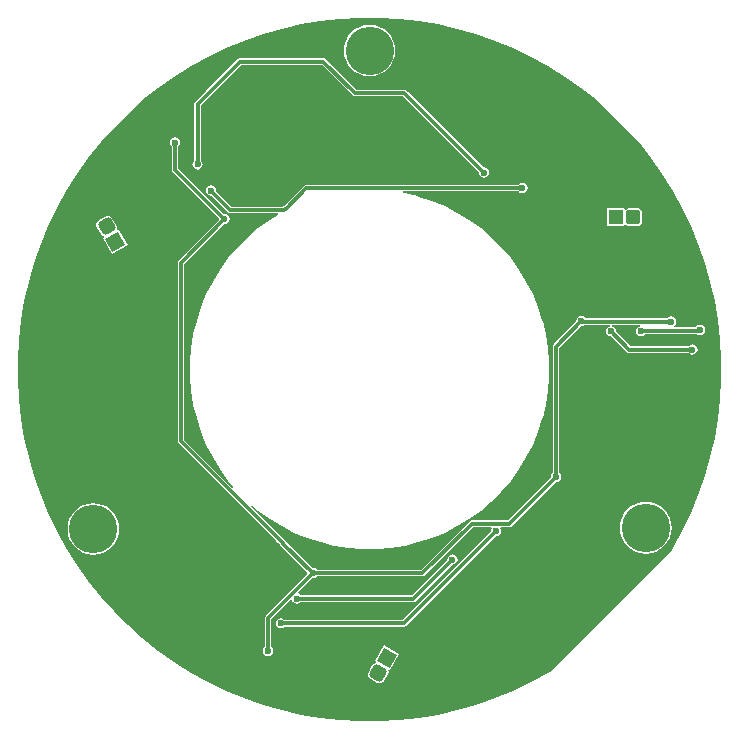
<source format=gbl>
G04*
G04 #@! TF.GenerationSoftware,Altium Limited,Altium Designer,22.4.2 (48)*
G04*
G04 Layer_Physical_Order=2*
G04 Layer_Color=16711680*
%FSLAX25Y25*%
%MOIN*%
G70*
G04*
G04 #@! TF.SameCoordinates,33176103-96A9-485D-B847-577AE089F5E8*
G04*
G04*
G04 #@! TF.FilePolarity,Positive*
G04*
G01*
G75*
%ADD11C,0.01181*%
%ADD46C,0.02362*%
G04:AMPARAMS|DCode=48|XSize=49.21mil|YSize=49.21mil|CornerRadius=12.3mil|HoleSize=0mil|Usage=FLASHONLY|Rotation=240.000|XOffset=0mil|YOffset=0mil|HoleType=Round|Shape=RoundedRectangle|*
%AMROUNDEDRECTD48*
21,1,0.04921,0.02461,0,0,240.0*
21,1,0.02461,0.04921,0,0,240.0*
1,1,0.02461,-0.01681,-0.00450*
1,1,0.02461,-0.00450,0.01681*
1,1,0.02461,0.01681,0.00450*
1,1,0.02461,0.00450,-0.01681*
%
%ADD48ROUNDEDRECTD48*%
%ADD49P,0.06960X4X285.0*%
G04:AMPARAMS|DCode=50|XSize=49.21mil|YSize=49.21mil|CornerRadius=12.3mil|HoleSize=0mil|Usage=FLASHONLY|Rotation=120.000|XOffset=0mil|YOffset=0mil|HoleType=Round|Shape=RoundedRectangle|*
%AMROUNDEDRECTD50*
21,1,0.04921,0.02461,0,0,120.0*
21,1,0.02461,0.04921,0,0,120.0*
1,1,0.02461,0.00450,0.01681*
1,1,0.02461,0.01681,-0.00450*
1,1,0.02461,-0.00450,-0.01681*
1,1,0.02461,-0.01681,0.00450*
%
%ADD50ROUNDEDRECTD50*%
%ADD51P,0.06960X4X165.0*%
%ADD52R,0.04921X0.04921*%
G04:AMPARAMS|DCode=53|XSize=49.21mil|YSize=49.21mil|CornerRadius=12.3mil|HoleSize=0mil|Usage=FLASHONLY|Rotation=0.000|XOffset=0mil|YOffset=0mil|HoleType=Round|Shape=RoundedRectangle|*
%AMROUNDEDRECTD53*
21,1,0.04921,0.02461,0,0,0.0*
21,1,0.02461,0.04921,0,0,0.0*
1,1,0.02461,0.01230,-0.01230*
1,1,0.02461,-0.01230,-0.01230*
1,1,0.02461,-0.01230,0.01230*
1,1,0.02461,0.01230,0.01230*
%
%ADD53ROUNDEDRECTD53*%
%ADD54C,0.16142*%
G36*
X206714Y313789D02*
X213255Y313052D01*
X219745Y311949D01*
X226163Y310484D01*
X232488Y308662D01*
X238701Y306488D01*
X244783Y303969D01*
X250713Y301113D01*
X256475Y297929D01*
X262049Y294426D01*
X267417Y290617D01*
X272564Y286513D01*
X277472Y282127D01*
X282127Y277472D01*
X286513Y272564D01*
X290617Y267417D01*
X294426Y262049D01*
X297929Y256475D01*
X301113Y250713D01*
X303969Y244783D01*
X306488Y238701D01*
X308662Y232488D01*
X310484Y226163D01*
X311949Y219745D01*
X313052Y213255D01*
X313789Y206714D01*
X314158Y200142D01*
Y196850D01*
Y193559D01*
X313789Y186987D01*
X313052Y180446D01*
X311949Y173956D01*
X310484Y167538D01*
X308662Y161213D01*
X306488Y154999D01*
X303969Y148918D01*
X301113Y142987D01*
X297929Y137226D01*
X297655Y136790D01*
X256911Y96046D01*
X256475Y95772D01*
X250713Y92588D01*
X244783Y89732D01*
X238701Y87213D01*
X232488Y85039D01*
X226163Y83217D01*
X219745Y81752D01*
X213255Y80649D01*
X206714Y79912D01*
X200142Y79543D01*
X193559D01*
X186987Y79912D01*
X180446Y80649D01*
X173956Y81752D01*
X167538Y83217D01*
X161213Y85039D01*
X154999Y87213D01*
X148918Y89732D01*
X142987Y92588D01*
X137226Y95772D01*
X131652Y99274D01*
X126284Y103084D01*
X121137Y107188D01*
X116229Y111574D01*
X111574Y116229D01*
X107188Y121137D01*
X103084Y126284D01*
X99274Y131652D01*
X95772Y137226D01*
X92588Y142987D01*
X89732Y148918D01*
X87213Y154999D01*
X85039Y161213D01*
X83217Y167538D01*
X81752Y173956D01*
X80649Y180446D01*
X79912Y186987D01*
X79543Y193559D01*
Y196850D01*
Y200142D01*
X79912Y206714D01*
X80649Y213255D01*
X81752Y219745D01*
X83217Y226163D01*
X85039Y232488D01*
X87213Y238701D01*
X89732Y244783D01*
X92588Y250713D01*
X95772Y256475D01*
X99274Y262049D01*
X103084Y267417D01*
X107188Y272564D01*
X111574Y277472D01*
X116229Y282127D01*
X121137Y286513D01*
X126284Y290617D01*
X131652Y294426D01*
X137226Y297929D01*
X142987Y301113D01*
X148918Y303969D01*
X154999Y306488D01*
X161213Y308662D01*
X167538Y310484D01*
X173956Y311949D01*
X180446Y313052D01*
X186987Y313789D01*
X193559Y314158D01*
X200142D01*
X206714Y313789D01*
D02*
G37*
%LPC*%
G36*
X196850Y311762D02*
X195170Y311596D01*
X193555Y311106D01*
X192066Y310311D01*
X190761Y309239D01*
X189690Y307934D01*
X188894Y306445D01*
X188403Y304830D01*
X188238Y303150D01*
X188403Y301469D01*
X188894Y299854D01*
X189690Y298365D01*
X190761Y297060D01*
X192066Y295989D01*
X193555Y295193D01*
X195170Y294703D01*
X196850Y294537D01*
X198531Y294703D01*
X200146Y295193D01*
X201635Y295989D01*
X202940Y297060D01*
X204011Y298365D01*
X204807Y299854D01*
X205297Y301469D01*
X205463Y303150D01*
X205297Y304830D01*
X204807Y306445D01*
X204011Y307934D01*
X202940Y309239D01*
X201635Y310311D01*
X200146Y311106D01*
X198531Y311596D01*
X196850Y311762D01*
D02*
G37*
G36*
X181500Y300612D02*
X181500Y300612D01*
X153656D01*
X153231Y300527D01*
X152870Y300286D01*
X152870Y300286D01*
X144781Y292197D01*
X144781Y292197D01*
X144781Y292197D01*
X142419Y289835D01*
X142419Y289835D01*
X138726Y286142D01*
X138485Y285781D01*
X138400Y285356D01*
X138400Y285356D01*
Y266458D01*
X138300Y266391D01*
X137928Y265835D01*
X137798Y265179D01*
X137928Y264523D01*
X138300Y263967D01*
X138856Y263595D01*
X139512Y263465D01*
X140168Y263595D01*
X140724Y263967D01*
X141096Y264523D01*
X141226Y265179D01*
X141096Y265835D01*
X140724Y266391D01*
X140624Y266458D01*
Y284895D01*
X143991Y288263D01*
X143991Y288263D01*
X146353Y290625D01*
X146353Y290625D01*
X154117Y298388D01*
X181039D01*
X191214Y288214D01*
X191214Y288214D01*
X191575Y287973D01*
X192000Y287888D01*
X208039D01*
X233310Y262618D01*
X233286Y262500D01*
X233416Y261844D01*
X233788Y261288D01*
X234344Y260916D01*
X235000Y260786D01*
X235656Y260916D01*
X236212Y261288D01*
X236584Y261844D01*
X236714Y262500D01*
X236584Y263156D01*
X236212Y263712D01*
X235656Y264084D01*
X235000Y264214D01*
X234882Y264191D01*
X209286Y289786D01*
X208926Y290027D01*
X208500Y290112D01*
X208500Y290112D01*
X192461D01*
X182286Y300286D01*
X181925Y300527D01*
X181500Y300612D01*
D02*
G37*
G36*
X132000Y274214D02*
X131344Y274084D01*
X130788Y273712D01*
X130416Y273156D01*
X130286Y272500D01*
X130416Y271844D01*
X130788Y271288D01*
X130888Y271221D01*
Y263500D01*
X130888Y263500D01*
X130973Y263074D01*
X131214Y262714D01*
X146623Y247305D01*
Y246695D01*
X133214Y233286D01*
X132973Y232926D01*
X132888Y232500D01*
X132888Y232500D01*
Y201105D01*
Y173000D01*
X132888Y173000D01*
X132973Y172574D01*
X133214Y172214D01*
X166029Y139399D01*
X166029Y139399D01*
X166087Y139360D01*
X167340Y138107D01*
X167379Y138049D01*
X176123Y129305D01*
Y128695D01*
X162214Y114786D01*
X161973Y114426D01*
X161888Y114000D01*
X161888Y114000D01*
Y104279D01*
X161788Y104212D01*
X161416Y103656D01*
X161286Y103000D01*
X161416Y102344D01*
X161788Y101788D01*
X162344Y101416D01*
X163000Y101286D01*
X163656Y101416D01*
X164212Y101788D01*
X164584Y102344D01*
X164714Y103000D01*
X164584Y103656D01*
X164212Y104212D01*
X164112Y104279D01*
Y113539D01*
X170619Y120047D01*
X171098Y119902D01*
X171113Y119828D01*
X171484Y119272D01*
X172040Y118900D01*
X172696Y118770D01*
X173352Y118900D01*
X173908Y119272D01*
X173975Y119372D01*
X211484D01*
X211484Y119372D01*
X211909Y119456D01*
X212270Y119697D01*
X224382Y131809D01*
X224500Y131786D01*
X225156Y131916D01*
X225712Y132288D01*
X226084Y132844D01*
X226214Y133500D01*
X226084Y134156D01*
X225712Y134712D01*
X225156Y135084D01*
X224500Y135214D01*
X223844Y135084D01*
X223288Y134712D01*
X222916Y134156D01*
X222786Y133500D01*
X222810Y133382D01*
X211023Y121596D01*
X173975D01*
X173908Y121696D01*
X173352Y122067D01*
X173278Y122082D01*
X173133Y122561D01*
X177882Y127309D01*
X178000Y127286D01*
X178656Y127416D01*
X179212Y127788D01*
X179279Y127888D01*
X214500D01*
X214500Y127888D01*
X214926Y127973D01*
X215286Y128214D01*
X231461Y144388D01*
X237304D01*
X237572Y143888D01*
X237416Y143656D01*
X237286Y143000D01*
X237310Y142882D01*
X207794Y113366D01*
X168544D01*
X168477Y113466D01*
X167921Y113838D01*
X167265Y113968D01*
X166610Y113838D01*
X166053Y113466D01*
X165682Y112910D01*
X165551Y112254D01*
X165682Y111599D01*
X166053Y111042D01*
X166610Y110671D01*
X167265Y110540D01*
X167921Y110671D01*
X168477Y111042D01*
X168544Y111143D01*
X208254D01*
X208254Y111143D01*
X208680Y111227D01*
X209041Y111468D01*
X238882Y141309D01*
X239000Y141286D01*
X239656Y141416D01*
X240212Y141788D01*
X240584Y142344D01*
X240714Y143000D01*
X240584Y143656D01*
X240428Y143888D01*
X240696Y144388D01*
X243500D01*
X243500Y144388D01*
X243925Y144473D01*
X244286Y144714D01*
X258882Y159309D01*
X259000Y159286D01*
X259656Y159416D01*
X260212Y159788D01*
X260584Y160344D01*
X260714Y161000D01*
X260584Y161656D01*
X260212Y162212D01*
X260112Y162279D01*
Y204039D01*
X267382Y211310D01*
X267500Y211286D01*
X268156Y211416D01*
X268604Y211716D01*
X276940D01*
X276990Y211216D01*
X276672Y211153D01*
X276116Y210781D01*
X275744Y210225D01*
X275614Y209569D01*
X275744Y208913D01*
X276116Y208357D01*
X276672Y207985D01*
X277328Y207855D01*
X277446Y207878D01*
X282610Y202714D01*
X282971Y202473D01*
X283397Y202388D01*
X303221D01*
X303288Y202288D01*
X303844Y201916D01*
X304500Y201786D01*
X305156Y201916D01*
X305712Y202288D01*
X306084Y202844D01*
X306214Y203500D01*
X306084Y204156D01*
X305712Y204712D01*
X305156Y205084D01*
X304500Y205214D01*
X303844Y205084D01*
X303288Y204712D01*
X303221Y204612D01*
X283857D01*
X279018Y209451D01*
X279042Y209569D01*
X278911Y210225D01*
X278540Y210781D01*
X277983Y211153D01*
X277666Y211216D01*
X277715Y211716D01*
X286940D01*
X286989Y211216D01*
X286672Y211153D01*
X286116Y210781D01*
X285744Y210225D01*
X285614Y209569D01*
X285744Y208913D01*
X286116Y208357D01*
X286672Y207985D01*
X287328Y207855D01*
X287983Y207985D01*
X288540Y208357D01*
X288751Y208672D01*
X305961D01*
X306344Y208416D01*
X307000Y208286D01*
X307656Y208416D01*
X308212Y208788D01*
X308584Y209344D01*
X308714Y210000D01*
X308584Y210656D01*
X308212Y211212D01*
X307656Y211584D01*
X307000Y211714D01*
X306344Y211584D01*
X305788Y211212D01*
X305577Y210896D01*
X298363D01*
X298212Y211396D01*
X298540Y211616D01*
X298911Y212172D01*
X299042Y212828D01*
X298911Y213484D01*
X298540Y214040D01*
X297984Y214411D01*
X297328Y214542D01*
X296672Y214411D01*
X296116Y214040D01*
X296049Y213939D01*
X268894D01*
X268712Y214212D01*
X268156Y214584D01*
X267500Y214714D01*
X266844Y214584D01*
X266288Y214212D01*
X265916Y213656D01*
X265786Y213000D01*
X265809Y212882D01*
X258214Y205286D01*
X257973Y204925D01*
X257888Y204500D01*
X257888Y204500D01*
Y162279D01*
X257788Y162212D01*
X257416Y161656D01*
X257286Y161000D01*
X257310Y160882D01*
X243039Y146612D01*
X231000D01*
X230574Y146527D01*
X230214Y146286D01*
X230214Y146286D01*
X214039Y130112D01*
X179279D01*
X179212Y130212D01*
X178656Y130584D01*
X178000Y130714D01*
X177882Y130691D01*
X168990Y139582D01*
X168951Y139641D01*
X168951Y139641D01*
X167621Y140971D01*
X167562Y141010D01*
X157429Y151143D01*
X157769Y151511D01*
X159740Y149827D01*
X159768Y149811D01*
X159790Y149788D01*
X163544Y147061D01*
X163573Y147047D01*
X163596Y147025D01*
X167553Y144601D01*
X167583Y144590D01*
X167608Y144570D01*
X171743Y142463D01*
X171774Y142455D01*
X171800Y142437D01*
X176087Y140661D01*
X176119Y140655D01*
X176147Y140639D01*
X180560Y139205D01*
X180592Y139201D01*
X180621Y139188D01*
X185133Y138105D01*
X185165Y138103D01*
X185195Y138092D01*
X189778Y137366D01*
X189810Y137368D01*
X189841Y137359D01*
X194467Y136995D01*
X194499Y136999D01*
X194530Y136992D01*
X196850D01*
X199171Y136992D01*
X199202Y136999D01*
X199234Y136995D01*
X203860Y137359D01*
X203891Y137368D01*
X203923Y137366D01*
X208506Y138092D01*
X208536Y138103D01*
X208568Y138105D01*
X213080Y139188D01*
X213109Y139201D01*
X213141Y139205D01*
X217554Y140639D01*
X217582Y140655D01*
X217613Y140661D01*
X221901Y142437D01*
X221927Y142455D01*
X221958Y142463D01*
X226093Y144570D01*
X226118Y144590D01*
X226148Y144601D01*
X230104Y147025D01*
X230128Y147047D01*
X230157Y147061D01*
X233911Y149788D01*
X233933Y149811D01*
X233961Y149827D01*
X237489Y152841D01*
X237509Y152866D01*
X237536Y152884D01*
X240817Y156165D01*
X240835Y156192D01*
X240860Y156211D01*
X243874Y159740D01*
X243889Y159768D01*
X243913Y159790D01*
X246640Y163544D01*
X246654Y163573D01*
X246675Y163596D01*
X249100Y167553D01*
X249111Y167583D01*
X249131Y167608D01*
X251238Y171743D01*
X251246Y171774D01*
X251264Y171800D01*
X253040Y176087D01*
X253046Y176119D01*
X253062Y176147D01*
X254496Y180560D01*
X254499Y180592D01*
X254513Y180621D01*
X255596Y185133D01*
X255597Y185165D01*
X255608Y185195D01*
X256334Y189778D01*
X256333Y189810D01*
X256342Y189841D01*
X256706Y194467D01*
X256702Y194499D01*
X256708Y194530D01*
Y199171D01*
X256702Y199202D01*
X256706Y199234D01*
X256342Y203860D01*
X256333Y203891D01*
X256334Y203923D01*
X255608Y208506D01*
X255597Y208536D01*
X255596Y208568D01*
X254513Y213080D01*
X254499Y213109D01*
X254496Y213141D01*
X253062Y217554D01*
X253046Y217582D01*
X253040Y217613D01*
X251264Y221901D01*
X251246Y221927D01*
X251238Y221958D01*
X249131Y226093D01*
X249111Y226118D01*
X249100Y226148D01*
X246675Y230104D01*
X246654Y230128D01*
X246640Y230157D01*
X243913Y233911D01*
X243889Y233933D01*
X243874Y233961D01*
X240860Y237489D01*
X240835Y237509D01*
X240817Y237536D01*
X237536Y240817D01*
X237509Y240835D01*
X237489Y240860D01*
X233961Y243874D01*
X233933Y243889D01*
X233911Y243913D01*
X230157Y246640D01*
X230128Y246654D01*
X230104Y246675D01*
X226148Y249100D01*
X226118Y249111D01*
X226093Y249131D01*
X221958Y251238D01*
X221927Y251246D01*
X221901Y251264D01*
X217613Y253040D01*
X217582Y253046D01*
X217554Y253062D01*
X213141Y254496D01*
X213109Y254499D01*
X213080Y254513D01*
X208568Y255596D01*
X208536Y255597D01*
X208506Y255608D01*
X207993Y255690D01*
X208032Y256188D01*
X246521D01*
X246588Y256088D01*
X247144Y255716D01*
X247800Y255586D01*
X248456Y255716D01*
X249012Y256088D01*
X249384Y256644D01*
X249514Y257300D01*
X249384Y257956D01*
X249012Y258512D01*
X248456Y258884D01*
X247800Y259014D01*
X247144Y258884D01*
X246588Y258512D01*
X246521Y258412D01*
X175800D01*
X175800Y258412D01*
X175374Y258327D01*
X175014Y258086D01*
X175014Y258086D01*
X168309Y251381D01*
X167780Y251112D01*
X150961D01*
X145691Y256382D01*
X145714Y256500D01*
X145584Y257156D01*
X145212Y257712D01*
X144656Y258084D01*
X144000Y258214D01*
X143344Y258084D01*
X142788Y257712D01*
X142416Y257156D01*
X142286Y256500D01*
X142416Y255844D01*
X142788Y255288D01*
X143344Y254916D01*
X144000Y254786D01*
X144118Y254809D01*
X149714Y249214D01*
X149714Y249214D01*
X150075Y248973D01*
X150500Y248888D01*
X150500Y248888D01*
X166286D01*
X166422Y248407D01*
X163596Y246675D01*
X163573Y246654D01*
X163544Y246640D01*
X159790Y243913D01*
X159768Y243889D01*
X159740Y243874D01*
X156211Y240860D01*
X156192Y240835D01*
X156165Y240817D01*
X152884Y237536D01*
X152866Y237509D01*
X152841Y237489D01*
X149827Y233961D01*
X149811Y233933D01*
X149788Y233911D01*
X147061Y230157D01*
X147047Y230128D01*
X147025Y230104D01*
X144601Y226148D01*
X144590Y226118D01*
X144570Y226093D01*
X142463Y221958D01*
X142455Y221927D01*
X142437Y221901D01*
X140661Y217613D01*
X140655Y217582D01*
X140639Y217554D01*
X139205Y213141D01*
X139201Y213109D01*
X139188Y213080D01*
X138105Y208568D01*
X138103Y208536D01*
X138092Y208506D01*
X137366Y203923D01*
X137368Y203891D01*
X137359Y203860D01*
X136995Y199234D01*
X136999Y199202D01*
X136992Y199171D01*
Y196850D01*
X136992Y194530D01*
X136999Y194499D01*
X136995Y194467D01*
X137359Y189841D01*
X137368Y189810D01*
X137366Y189778D01*
X138092Y185195D01*
X138103Y185165D01*
X138105Y185133D01*
X139188Y180621D01*
X139201Y180592D01*
X139205Y180560D01*
X140639Y176146D01*
X140655Y176119D01*
X140661Y176087D01*
X142437Y171800D01*
X142455Y171774D01*
X142463Y171743D01*
X144570Y167608D01*
X144590Y167583D01*
X144601Y167553D01*
X147025Y163596D01*
X147047Y163573D01*
X147061Y163544D01*
X149788Y159790D01*
X149811Y159768D01*
X149827Y159740D01*
X151511Y157769D01*
X151143Y157429D01*
X135112Y173461D01*
Y201105D01*
Y232039D01*
X148382Y245309D01*
X148500Y245286D01*
X149156Y245416D01*
X149712Y245788D01*
X150084Y246344D01*
X150214Y247000D01*
X150084Y247656D01*
X149712Y248212D01*
X149156Y248584D01*
X148500Y248714D01*
X148382Y248691D01*
X133112Y263961D01*
Y271221D01*
X133212Y271288D01*
X133584Y271844D01*
X133714Y272500D01*
X133584Y273156D01*
X133212Y273712D01*
X132656Y274084D01*
X132000Y274214D01*
D02*
G37*
G36*
X286011Y250648D02*
X283550D01*
X282875Y250514D01*
X282335Y250153D01*
X282163Y250191D01*
X281835Y250332D01*
Y250614D01*
X275914D01*
Y244693D01*
X281835D01*
Y244975D01*
X282163Y245116D01*
X282335Y245154D01*
X282875Y244793D01*
X283550Y244659D01*
X286011D01*
X286686Y244793D01*
X287258Y245176D01*
X287641Y245748D01*
X287775Y246423D01*
Y248884D01*
X287641Y249559D01*
X287258Y250131D01*
X286686Y250514D01*
X286011Y250648D01*
D02*
G37*
G36*
X109403Y247974D02*
X108751Y247752D01*
X106620Y246522D01*
X106103Y246068D01*
X105798Y245451D01*
X105753Y244764D01*
X105974Y244112D01*
X107205Y241981D01*
X107659Y241464D01*
X108241Y241177D01*
X108294Y241008D01*
X108336Y240654D01*
X108091Y240513D01*
X111052Y235385D01*
X116180Y238346D01*
X113219Y243474D01*
X112975Y243333D01*
X112689Y243546D01*
X112570Y243676D01*
X112613Y244324D01*
X112391Y244976D01*
X111161Y247107D01*
X110707Y247624D01*
X110090Y247929D01*
X109403Y247974D01*
D02*
G37*
G36*
X288909Y152707D02*
X287229Y152541D01*
X285614Y152051D01*
X284125Y151255D01*
X282820Y150184D01*
X281749Y148879D01*
X280953Y147390D01*
X280463Y145775D01*
X280297Y144094D01*
X280463Y142414D01*
X280953Y140799D01*
X281749Y139310D01*
X282820Y138005D01*
X284125Y136934D01*
X285614Y136138D01*
X287229Y135648D01*
X288909Y135482D01*
X290590Y135648D01*
X292205Y136138D01*
X293694Y136934D01*
X294999Y138005D01*
X296070Y139310D01*
X296866Y140799D01*
X297356Y142414D01*
X297522Y144094D01*
X297356Y145775D01*
X296866Y147390D01*
X296070Y148879D01*
X294999Y150184D01*
X293694Y151255D01*
X292205Y152051D01*
X290590Y152541D01*
X288909Y152707D01*
D02*
G37*
G36*
X104791Y152313D02*
X103111Y152148D01*
X101496Y151658D01*
X100007Y150862D01*
X98702Y149791D01*
X97631Y148486D01*
X96835Y146997D01*
X96345Y145381D01*
X96179Y143701D01*
X96345Y142021D01*
X96835Y140405D01*
X97631Y138916D01*
X98702Y137611D01*
X100007Y136540D01*
X101496Y135744D01*
X103111Y135254D01*
X104791Y135089D01*
X106472Y135254D01*
X108087Y135744D01*
X109576Y136540D01*
X110881Y137611D01*
X111952Y138916D01*
X112748Y140405D01*
X113238Y142021D01*
X113404Y143701D01*
X113238Y145381D01*
X112748Y146997D01*
X111952Y148486D01*
X110881Y149791D01*
X109576Y150862D01*
X108087Y151658D01*
X106472Y152148D01*
X104791Y152313D01*
D02*
G37*
G36*
X201635Y104861D02*
X198674Y99734D01*
X198919Y99593D01*
X198877Y99238D01*
X198824Y99070D01*
X198242Y98783D01*
X197788Y98265D01*
X196557Y96135D01*
X196336Y95483D01*
X196381Y94796D01*
X196686Y94178D01*
X197203Y93725D01*
X199334Y92494D01*
X199986Y92273D01*
X200673Y92318D01*
X201290Y92623D01*
X201744Y93140D01*
X202975Y95271D01*
X203196Y95923D01*
X203153Y96570D01*
X203273Y96701D01*
X203558Y96914D01*
X203802Y96773D01*
X206763Y101901D01*
X201635Y104861D01*
D02*
G37*
%LPD*%
D11*
X172696Y120484D02*
X211484D01*
X224500Y133500D01*
X167265Y112254D02*
X208254D01*
X239000Y143000D01*
X163000Y114000D02*
X178000Y129000D01*
X163000Y103000D02*
Y114000D01*
X134000Y201105D02*
Y232500D01*
X148500Y247000D01*
X134000Y173000D02*
X166815Y140185D01*
X134000Y173000D02*
Y201105D01*
X168165Y138835D02*
Y138854D01*
Y138835D02*
X178000Y129000D01*
X166834Y140185D02*
X168165Y138854D01*
X166815Y140185D02*
X166834D01*
X231000Y145500D02*
X243500D01*
X178000Y129000D02*
X214500D01*
X231000Y145500D01*
X243500D02*
X259000Y161000D01*
Y204500D01*
X267500Y213000D01*
X132000Y263500D02*
Y272500D01*
Y263500D02*
X148500Y247000D01*
X267672Y212828D02*
X297328D01*
X267500Y213000D02*
X267672Y212828D01*
X277328Y209569D02*
X283397Y203500D01*
X287543Y209785D02*
X306785D01*
X287328Y209569D02*
X287543Y209785D01*
X306785D02*
X307000Y210000D01*
X283397Y203500D02*
X304500D01*
X192000Y289000D02*
X208500D01*
X235000Y262500D01*
X181500Y299500D02*
X192000Y289000D01*
X153656Y299500D02*
X181500D01*
X145567Y291411D02*
X153656Y299500D01*
X145567Y291411D02*
X145567D01*
X143205Y289049D02*
X145567Y291411D01*
X139512Y265179D02*
Y285356D01*
X139512Y285356D02*
X143205Y289049D01*
X139512Y285356D02*
X139512Y285356D01*
X150500Y250000D02*
X168047D01*
X168971Y250470D02*
X175800Y257300D01*
X168047Y250000D02*
X168971Y250470D01*
X144000Y256500D02*
X150500Y250000D01*
X175800Y257300D02*
X247800D01*
D46*
X224500Y133500D02*
D03*
X172696Y120484D02*
D03*
X259000Y161000D02*
D03*
X132000Y272500D02*
D03*
X148500Y247000D02*
D03*
X163000Y103000D02*
D03*
X178000Y129000D02*
D03*
X267500Y213000D02*
D03*
X277328Y209569D02*
D03*
X287328D02*
D03*
X297328Y212828D02*
D03*
X239000Y143000D02*
D03*
X162203Y253413D02*
D03*
X159841Y257504D02*
D03*
X157478Y261595D02*
D03*
X155116Y265687D02*
D03*
X152754Y269778D02*
D03*
X150392Y273870D02*
D03*
X148030Y277961D02*
D03*
X145667Y282053D02*
D03*
X166294Y255775D02*
D03*
X163932Y259866D02*
D03*
X161570Y263958D02*
D03*
X159208Y268049D02*
D03*
X156846Y272141D02*
D03*
X154483Y276232D02*
D03*
X152121Y280324D02*
D03*
X149759Y284415D02*
D03*
X170386Y258137D02*
D03*
X168024Y262228D02*
D03*
X165661Y266320D02*
D03*
X163299Y270411D02*
D03*
X160937Y274503D02*
D03*
X158575Y278594D02*
D03*
X156213Y282686D02*
D03*
X153850Y286777D02*
D03*
X174477Y260499D02*
D03*
X172115Y264591D02*
D03*
X169753Y268682D02*
D03*
X167391Y272774D02*
D03*
X165028Y276865D02*
D03*
X162666Y280956D02*
D03*
X160304Y285048D02*
D03*
X157942Y289139D02*
D03*
X178569Y262861D02*
D03*
X176207Y266953D02*
D03*
X173844Y271044D02*
D03*
X171482Y275136D02*
D03*
X169120Y279227D02*
D03*
X166758Y283319D02*
D03*
X164396Y287410D02*
D03*
X162033Y291502D02*
D03*
X182660Y265224D02*
D03*
X180298Y269315D02*
D03*
X177936Y273407D02*
D03*
X175574Y277498D02*
D03*
X173211Y281589D02*
D03*
X170849Y285681D02*
D03*
X168487Y289772D02*
D03*
X166125Y293864D02*
D03*
X186752Y267586D02*
D03*
X184389Y271677D02*
D03*
X182027Y275769D02*
D03*
X179665Y279860D02*
D03*
X177303Y283952D02*
D03*
X174941Y288043D02*
D03*
X172578Y292135D02*
D03*
X170216Y296226D02*
D03*
X139512Y265179D02*
D03*
X235000Y262500D02*
D03*
X167265Y112254D02*
D03*
X304500Y203500D02*
D03*
X307000Y210000D02*
D03*
X247800Y257300D02*
D03*
X144000Y256500D02*
D03*
X165893Y137913D02*
D03*
X163531Y133822D02*
D03*
X161169Y129730D02*
D03*
X158807Y125639D02*
D03*
X156445Y121548D02*
D03*
X154082Y117456D02*
D03*
X151720Y113365D02*
D03*
X149358Y109273D02*
D03*
X161802Y140276D02*
D03*
X159440Y136184D02*
D03*
X157078Y132093D02*
D03*
X154715Y128001D02*
D03*
X152353Y123910D02*
D03*
X149991Y119818D02*
D03*
X147629Y115727D02*
D03*
X145267Y111635D02*
D03*
X157710Y142638D02*
D03*
X155348Y138546D02*
D03*
X152986Y134455D02*
D03*
X150624Y130363D02*
D03*
X148262Y126272D02*
D03*
X145899Y122181D02*
D03*
X143537Y118089D02*
D03*
X141175Y113998D02*
D03*
X153619Y145000D02*
D03*
X151257Y140909D02*
D03*
X148895Y136817D02*
D03*
X146532Y132726D02*
D03*
X144170Y128634D02*
D03*
X141808Y124543D02*
D03*
X139446Y120451D02*
D03*
X137084Y116360D02*
D03*
X149528Y147362D02*
D03*
X147165Y143271D02*
D03*
X144803Y139179D02*
D03*
X142441Y135088D02*
D03*
X140079Y130996D02*
D03*
X137717Y126905D02*
D03*
X135354Y122813D02*
D03*
X132992Y118722D02*
D03*
X145436Y149724D02*
D03*
X143074Y145633D02*
D03*
X140712Y141542D02*
D03*
X138350Y137450D02*
D03*
X135987Y133359D02*
D03*
X133625Y129267D02*
D03*
X131263Y125176D02*
D03*
X128901Y121084D02*
D03*
X141345Y152087D02*
D03*
X138982Y147995D02*
D03*
X136620Y143904D02*
D03*
X134258Y139812D02*
D03*
X131896Y135721D02*
D03*
X129534Y131629D02*
D03*
X127171Y127538D02*
D03*
X124809Y123446D02*
D03*
X298863Y167866D02*
D03*
X294139D02*
D03*
X289414D02*
D03*
X284690D02*
D03*
X279965D02*
D03*
X275241D02*
D03*
X270517D02*
D03*
X265792D02*
D03*
X298863Y172591D02*
D03*
X294139D02*
D03*
X289414D02*
D03*
X284690D02*
D03*
X279965D02*
D03*
X275241D02*
D03*
X270517D02*
D03*
X265792D02*
D03*
X298863Y177315D02*
D03*
X294139D02*
D03*
X289414D02*
D03*
X284690D02*
D03*
X279965D02*
D03*
X275241D02*
D03*
X270517D02*
D03*
X265792D02*
D03*
X298863Y182039D02*
D03*
X294139D02*
D03*
X289414D02*
D03*
X284690D02*
D03*
X279965D02*
D03*
X275241D02*
D03*
X270517D02*
D03*
X265792D02*
D03*
X298863Y186764D02*
D03*
X294139D02*
D03*
X289414D02*
D03*
X284690D02*
D03*
X279965D02*
D03*
X275241D02*
D03*
X270517D02*
D03*
X265792D02*
D03*
X298863Y191488D02*
D03*
X294139D02*
D03*
X289414D02*
D03*
X284690D02*
D03*
X279965D02*
D03*
X275241D02*
D03*
X270517D02*
D03*
X265792D02*
D03*
X298863Y196213D02*
D03*
X294139D02*
D03*
X289414D02*
D03*
X284690D02*
D03*
X279965D02*
D03*
X275241D02*
D03*
X270517D02*
D03*
X265792D02*
D03*
D48*
X199766Y95703D02*
D03*
D49*
X202719Y100817D02*
D03*
D50*
X109183Y244544D02*
D03*
D51*
X112136Y239430D02*
D03*
D52*
X278875Y247654D02*
D03*
D53*
X284780Y247653D02*
D03*
D54*
X104791Y143701D02*
D03*
X196850Y303150D02*
D03*
X288909Y144094D02*
D03*
M02*

</source>
